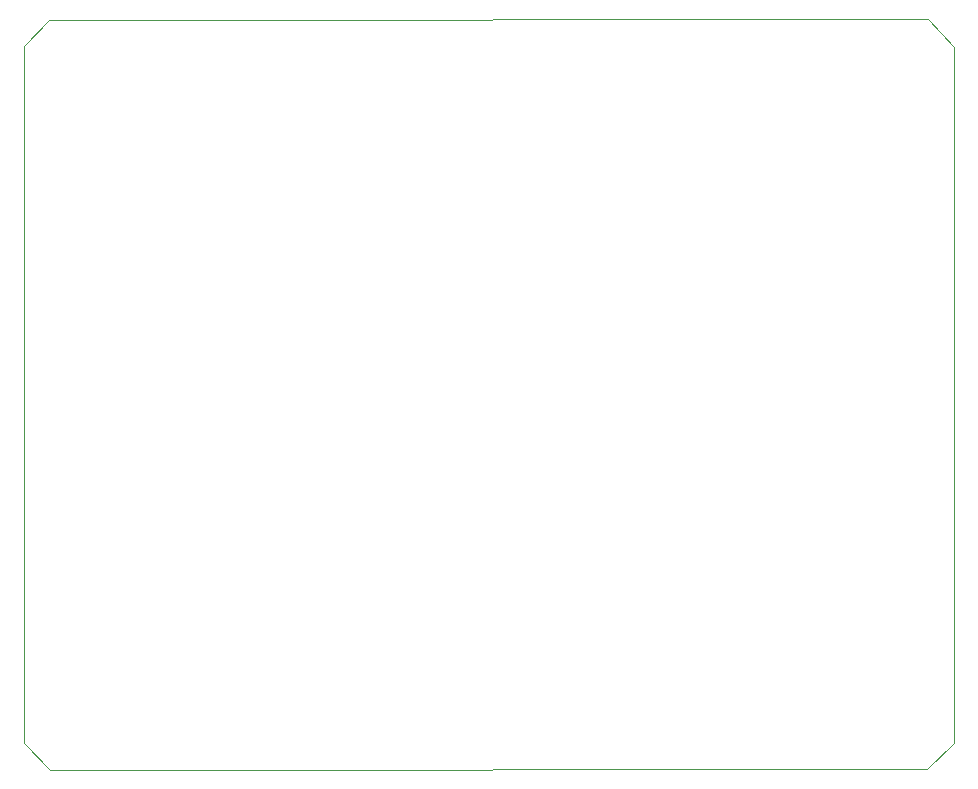
<source format=gm1>
G04 #@! TF.GenerationSoftware,KiCad,Pcbnew,5.1.5+dfsg1-2build2*
G04 #@! TF.CreationDate,2021-09-29T22:56:56-05:00*
G04 #@! TF.ProjectId,PDP_Shield,5044505f-5368-4696-956c-642e6b696361,v01*
G04 #@! TF.SameCoordinates,Original*
G04 #@! TF.FileFunction,Profile,NP*
%FSLAX46Y46*%
G04 Gerber Fmt 4.6, Leading zero omitted, Abs format (unit mm)*
G04 Created by KiCad (PCBNEW 5.1.5+dfsg1-2build2) date 2021-09-29 22:56:56*
%MOMM*%
%LPD*%
G04 APERTURE LIST*
%ADD10C,0.050000*%
G04 APERTURE END LIST*
D10*
X103911400Y-130606800D02*
X103860600Y-130581400D01*
X178130200Y-130556000D02*
X103911400Y-130606800D01*
X180416200Y-128295400D02*
X178130200Y-130556000D01*
X180390800Y-69367400D02*
X180416200Y-128295400D01*
X178181000Y-67056000D02*
X180390800Y-69367400D01*
X103809800Y-67081400D02*
X178181000Y-67056000D01*
X103784400Y-67081400D02*
X103809800Y-67081400D01*
X101600000Y-69316600D02*
X103784400Y-67081400D01*
X101600000Y-128346200D02*
X101600000Y-69316600D01*
X103860600Y-130581400D02*
X101600000Y-128346200D01*
M02*

</source>
